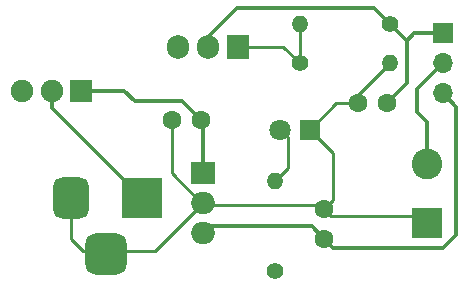
<source format=gtl>
%TF.GenerationSoftware,KiCad,Pcbnew,8.0.6*%
%TF.CreationDate,2024-12-14T14:55:46+02:00*%
%TF.ProjectId,Breadboard_Power_Supply,42726561-6462-46f6-9172-645f506f7765,rev?*%
%TF.SameCoordinates,Original*%
%TF.FileFunction,Copper,L1,Top*%
%TF.FilePolarity,Positive*%
%FSLAX46Y46*%
G04 Gerber Fmt 4.6, Leading zero omitted, Abs format (unit mm)*
G04 Created by KiCad (PCBNEW 8.0.6) date 2024-12-14 14:55:46*
%MOMM*%
%LPD*%
G01*
G04 APERTURE LIST*
G04 Aperture macros list*
%AMRoundRect*
0 Rectangle with rounded corners*
0 $1 Rounding radius*
0 $2 $3 $4 $5 $6 $7 $8 $9 X,Y pos of 4 corners*
0 Add a 4 corners polygon primitive as box body*
4,1,4,$2,$3,$4,$5,$6,$7,$8,$9,$2,$3,0*
0 Add four circle primitives for the rounded corners*
1,1,$1+$1,$2,$3*
1,1,$1+$1,$4,$5*
1,1,$1+$1,$6,$7*
1,1,$1+$1,$8,$9*
0 Add four rect primitives between the rounded corners*
20,1,$1+$1,$2,$3,$4,$5,0*
20,1,$1+$1,$4,$5,$6,$7,0*
20,1,$1+$1,$6,$7,$8,$9,0*
20,1,$1+$1,$8,$9,$2,$3,0*%
G04 Aperture macros list end*
%TA.AperFunction,ComponentPad*%
%ADD10C,1.600000*%
%TD*%
%TA.AperFunction,ComponentPad*%
%ADD11R,2.600000X2.600000*%
%TD*%
%TA.AperFunction,ComponentPad*%
%ADD12C,2.600000*%
%TD*%
%TA.AperFunction,ComponentPad*%
%ADD13R,1.900000X1.900000*%
%TD*%
%TA.AperFunction,ComponentPad*%
%ADD14C,1.900000*%
%TD*%
%TA.AperFunction,ComponentPad*%
%ADD15R,1.905000X2.000000*%
%TD*%
%TA.AperFunction,ComponentPad*%
%ADD16O,1.905000X2.000000*%
%TD*%
%TA.AperFunction,ComponentPad*%
%ADD17O,1.400000X1.400000*%
%TD*%
%TA.AperFunction,ComponentPad*%
%ADD18C,1.400000*%
%TD*%
%TA.AperFunction,ComponentPad*%
%ADD19R,1.800000X1.800000*%
%TD*%
%TA.AperFunction,ComponentPad*%
%ADD20C,1.800000*%
%TD*%
%TA.AperFunction,ComponentPad*%
%ADD21R,3.500000X3.500000*%
%TD*%
%TA.AperFunction,ComponentPad*%
%ADD22RoundRect,0.750000X-0.750000X-1.000000X0.750000X-1.000000X0.750000X1.000000X-0.750000X1.000000X0*%
%TD*%
%TA.AperFunction,ComponentPad*%
%ADD23RoundRect,0.875000X-0.875000X-0.875000X0.875000X-0.875000X0.875000X0.875000X-0.875000X0.875000X0*%
%TD*%
%TA.AperFunction,ComponentPad*%
%ADD24R,2.000000X1.905000*%
%TD*%
%TA.AperFunction,ComponentPad*%
%ADD25O,2.000000X1.905000*%
%TD*%
%TA.AperFunction,ComponentPad*%
%ADD26R,1.700000X1.700000*%
%TD*%
%TA.AperFunction,ComponentPad*%
%ADD27O,1.700000X1.700000*%
%TD*%
%TA.AperFunction,Conductor*%
%ADD28C,0.350000*%
%TD*%
%TA.AperFunction,Conductor*%
%ADD29C,0.250000*%
%TD*%
G04 APERTURE END LIST*
D10*
%TO.P,C3,1*%
%TO.N,/3.3V*%
X71350000Y-45250000D03*
%TO.P,C3,2*%
%TO.N,GND*%
X68850000Y-45250000D03*
%TD*%
D11*
%TO.P,J5,1,Pin_1*%
%TO.N,GND*%
X74705000Y-55400000D03*
D12*
%TO.P,J5,2,Pin_2*%
%TO.N,/PWR_output*%
X74705000Y-50400000D03*
%TD*%
D13*
%TO.P,S1,1*%
%TO.N,/12V*%
X45450000Y-44200000D03*
D14*
%TO.P,S1,2*%
%TO.N,/PWR_input*%
X42950000Y-44200000D03*
%TO.P,S1,3*%
%TO.N,unconnected-(S1-Pad3)*%
X40450000Y-44200000D03*
%TD*%
D15*
%TO.P,U2,1,ADJ*%
%TO.N,Net-(U2-ADJ)*%
X58740000Y-40505000D03*
D16*
%TO.P,U2,2,VO*%
%TO.N,/3.3V*%
X56200000Y-40505000D03*
%TO.P,U2,3,VI*%
%TO.N,/12V*%
X53660000Y-40505000D03*
%TD*%
D17*
%TO.P,R2,2*%
%TO.N,Net-(U2-ADJ)*%
X63990000Y-38600000D03*
D18*
%TO.P,R2,1*%
%TO.N,/3.3V*%
X71610000Y-38600000D03*
%TD*%
D19*
%TO.P,D1,1,K*%
%TO.N,GND*%
X64775000Y-47500000D03*
D20*
%TO.P,D1,2,A*%
%TO.N,Net-(D1-A)*%
X62235000Y-47500000D03*
%TD*%
D21*
%TO.P,J6,1*%
%TO.N,/PWR_input*%
X50550000Y-53300000D03*
D22*
%TO.P,J6,2*%
%TO.N,GND*%
X44550000Y-53300000D03*
D23*
%TO.P,J6,3*%
X47550000Y-58000000D03*
%TD*%
D18*
%TO.P,R3,1*%
%TO.N,Net-(U2-ADJ)*%
X63940000Y-41900000D03*
D17*
%TO.P,R3,2*%
%TO.N,GND*%
X71560000Y-41900000D03*
%TD*%
D24*
%TO.P,U1,1,VI*%
%TO.N,/12V*%
X55750000Y-51150000D03*
D25*
%TO.P,U1,2,GND*%
%TO.N,GND*%
X55750000Y-53690000D03*
%TO.P,U1,3,VO*%
%TO.N,/5V*%
X55750000Y-56230000D03*
%TD*%
D18*
%TO.P,R1,1*%
%TO.N,/12V*%
X61800000Y-59470000D03*
D17*
%TO.P,R1,2*%
%TO.N,Net-(D1-A)*%
X61800000Y-51850000D03*
%TD*%
D10*
%TO.P,C2,1*%
%TO.N,/5V*%
X66000000Y-56750000D03*
%TO.P,C2,2*%
%TO.N,GND*%
X66000000Y-54250000D03*
%TD*%
%TO.P,C1,1*%
%TO.N,/12V*%
X55600000Y-46700000D03*
%TO.P,C1,2*%
%TO.N,GND*%
X53100000Y-46700000D03*
%TD*%
D26*
%TO.P,J3,1,Pin_1*%
%TO.N,/3.3V*%
X76025000Y-39350000D03*
D27*
%TO.P,J3,2,Pin_2*%
%TO.N,/PWR_output*%
X76025000Y-41890000D03*
%TO.P,J3,3,Pin_3*%
%TO.N,/5V*%
X76025000Y-44430000D03*
%TD*%
D28*
%TO.N,/3.3V*%
X73640000Y-39350000D02*
X76025000Y-39350000D01*
X73000000Y-39990000D02*
X73640000Y-39350000D01*
X73000000Y-39990000D02*
X73000000Y-40650000D01*
X71610000Y-38600000D02*
X73000000Y-39990000D01*
X73000000Y-43600000D02*
X73000000Y-40650000D01*
X71350000Y-45250000D02*
X73000000Y-43600000D01*
%TO.N,/12V*%
X49950000Y-45100000D02*
X54000000Y-45100000D01*
X49050000Y-44200000D02*
X49950000Y-45100000D01*
X54000000Y-45100000D02*
X55600000Y-46700000D01*
X45450000Y-44200000D02*
X49050000Y-44200000D01*
%TO.N,/5V*%
X64950000Y-55700000D02*
X66000000Y-56750000D01*
X56280000Y-55700000D02*
X64950000Y-55700000D01*
X55750000Y-56230000D02*
X56280000Y-55700000D01*
D29*
%TO.N,GND*%
X55910000Y-53850000D02*
X65600000Y-53850000D01*
X65600000Y-53850000D02*
X66000000Y-54250000D01*
X55750000Y-53690000D02*
X55910000Y-53850000D01*
%TO.N,Net-(U2-ADJ)*%
X62545000Y-40505000D02*
X58740000Y-40505000D01*
X63940000Y-41900000D02*
X62545000Y-40505000D01*
X63940000Y-41900000D02*
X63990000Y-41850000D01*
X63990000Y-41850000D02*
X63990000Y-38600000D01*
D28*
%TO.N,/12V*%
X55750000Y-47000000D02*
X55750000Y-51150000D01*
X55600000Y-46850000D02*
X55750000Y-47000000D01*
X55600000Y-46700000D02*
X55600000Y-46850000D01*
D29*
%TO.N,Net-(D1-A)*%
X62900000Y-48165000D02*
X62235000Y-47500000D01*
X61800000Y-51850000D02*
X62900000Y-50750000D01*
X62900000Y-50750000D02*
X62900000Y-48165000D01*
%TO.N,GND*%
X55587500Y-53690000D02*
X55750000Y-53690000D01*
X53100000Y-51202500D02*
X55587500Y-53690000D01*
X53100000Y-46700000D02*
X53100000Y-51202500D01*
X66750000Y-49475000D02*
X64775000Y-47500000D01*
X66000000Y-54200000D02*
X66750000Y-53450000D01*
X66750000Y-53450000D02*
X66750000Y-49475000D01*
X66000000Y-54250000D02*
X66000000Y-54200000D01*
X67025000Y-45250000D02*
X64775000Y-47500000D01*
X68850000Y-45250000D02*
X67025000Y-45250000D01*
X45592500Y-57792500D02*
X51647500Y-57792500D01*
X74155000Y-54850000D02*
X74705000Y-55400000D01*
X66000000Y-54250000D02*
X66600000Y-54850000D01*
X71560000Y-41900000D02*
X68850000Y-44610000D01*
X44550000Y-56750000D02*
X45592500Y-57792500D01*
X44550000Y-53300000D02*
X44550000Y-56750000D01*
X51647500Y-57792500D02*
X55750000Y-53690000D01*
X66600000Y-54850000D02*
X74155000Y-54850000D01*
X68850000Y-44610000D02*
X68850000Y-45250000D01*
D28*
%TO.N,/5V*%
X77150000Y-45555000D02*
X76025000Y-44430000D01*
X76100000Y-57500000D02*
X77150000Y-56450000D01*
X66750000Y-57500000D02*
X76100000Y-57500000D01*
X77150000Y-56450000D02*
X77150000Y-45555000D01*
X66000000Y-56750000D02*
X66750000Y-57500000D01*
%TO.N,/3.3V*%
X70260000Y-37250000D02*
X58650000Y-37250000D01*
X56200000Y-39700000D02*
X56200000Y-40505000D01*
X58650000Y-37250000D02*
X56200000Y-39700000D01*
X71610000Y-38600000D02*
X70260000Y-37250000D01*
%TO.N,/PWR_output*%
X74705000Y-46905000D02*
X73850000Y-46050000D01*
X73850000Y-44065000D02*
X76025000Y-41890000D01*
X73850000Y-46050000D02*
X73850000Y-44065000D01*
X74705000Y-50400000D02*
X74705000Y-46905000D01*
%TO.N,/PWR_input*%
X42950000Y-45700000D02*
X42950000Y-44200000D01*
X50550000Y-53300000D02*
X42950000Y-45700000D01*
%TD*%
M02*

</source>
